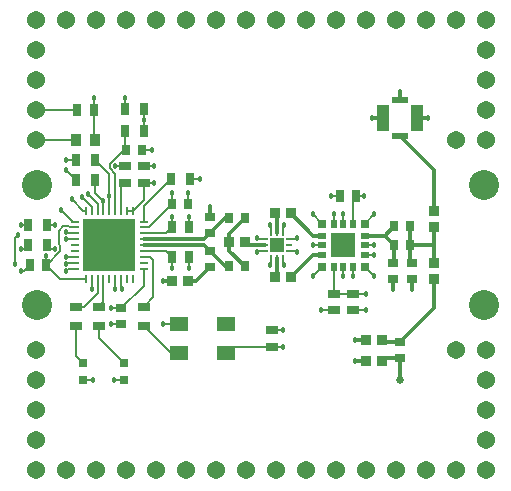
<source format=gbr>
%TF.GenerationSoftware,KiCad,Pcbnew,5.1.10-88a1d61d58~88~ubuntu20.04.1*%
%TF.CreationDate,2021-05-31T18:28:43-04:00*%
%TF.ProjectId,ta-comm-401,74612d63-6f6d-46d2-9d34-30312e6b6963,rev?*%
%TF.SameCoordinates,Original*%
%TF.FileFunction,Copper,L1,Top*%
%TF.FilePolarity,Positive*%
%FSLAX46Y46*%
G04 Gerber Fmt 4.6, Leading zero omitted, Abs format (unit mm)*
G04 Created by KiCad (PCBNEW 5.1.10-88a1d61d58~88~ubuntu20.04.1) date 2021-05-31 18:28:43*
%MOMM*%
%LPD*%
G01*
G04 APERTURE LIST*
%TA.AperFunction,ComponentPad*%
%ADD10C,1.540000*%
%TD*%
%TA.AperFunction,ComponentPad*%
%ADD11C,2.540000*%
%TD*%
%TA.AperFunction,SMDPad,CuDef*%
%ADD12R,0.780000X0.990000*%
%TD*%
%TA.AperFunction,SMDPad,CuDef*%
%ADD13R,0.940000X0.800000*%
%TD*%
%TA.AperFunction,SMDPad,CuDef*%
%ADD14R,0.830000X0.960000*%
%TD*%
%TA.AperFunction,SMDPad,CuDef*%
%ADD15R,0.990000X0.780000*%
%TD*%
%TA.AperFunction,SMDPad,CuDef*%
%ADD16R,0.800000X0.940000*%
%TD*%
%TA.AperFunction,SMDPad,CuDef*%
%ADD17R,0.960000X0.830000*%
%TD*%
%TA.AperFunction,SMDPad,CuDef*%
%ADD18R,0.950000X1.000000*%
%TD*%
%TA.AperFunction,ComponentPad*%
%ADD19C,0.609600*%
%TD*%
%TA.AperFunction,SMDPad,CuDef*%
%ADD20R,0.760000X0.260000*%
%TD*%
%TA.AperFunction,SMDPad,CuDef*%
%ADD21R,0.260000X0.760000*%
%TD*%
%TA.AperFunction,SMDPad,CuDef*%
%ADD22R,4.500000X4.500000*%
%TD*%
%TA.AperFunction,SMDPad,CuDef*%
%ADD23R,0.600000X0.250000*%
%TD*%
%TA.AperFunction,SMDPad,CuDef*%
%ADD24R,0.250000X0.600000*%
%TD*%
%TA.AperFunction,SMDPad,CuDef*%
%ADD25R,1.150000X1.150000*%
%TD*%
%TA.AperFunction,SMDPad,CuDef*%
%ADD26R,0.750000X0.750000*%
%TD*%
%TA.AperFunction,SMDPad,CuDef*%
%ADD27R,0.750000X0.500000*%
%TD*%
%TA.AperFunction,SMDPad,CuDef*%
%ADD28R,0.500000X0.750000*%
%TD*%
%TA.AperFunction,SMDPad,CuDef*%
%ADD29R,2.000000X2.000000*%
%TD*%
%TA.AperFunction,SMDPad,CuDef*%
%ADD30R,1.400000X0.600000*%
%TD*%
%TA.AperFunction,SMDPad,CuDef*%
%ADD31R,1.050000X2.200000*%
%TD*%
%TA.AperFunction,ComponentPad*%
%ADD32C,0.675600*%
%TD*%
%TA.AperFunction,SMDPad,CuDef*%
%ADD33R,0.800000X0.800000*%
%TD*%
%TA.AperFunction,SMDPad,CuDef*%
%ADD34R,0.800000X1.000000*%
%TD*%
%TA.AperFunction,SMDPad,CuDef*%
%ADD35R,1.000000X0.800000*%
%TD*%
%TA.AperFunction,SMDPad,CuDef*%
%ADD36R,1.600000X1.300000*%
%TD*%
%TA.AperFunction,ViaPad*%
%ADD37C,0.457200*%
%TD*%
%TA.AperFunction,Conductor*%
%ADD38C,0.337820*%
%TD*%
%TA.AperFunction,Conductor*%
%ADD39C,0.203200*%
%TD*%
%TA.AperFunction,Conductor*%
%ADD40C,0.127000*%
%TD*%
G04 APERTURE END LIST*
D10*
%TO.P,J6,5*%
%TO.N,Net-(J6-Pad5)*%
X174050000Y-124510000D03*
%TO.P,J6,4*%
%TO.N,Net-(J6-Pad4)*%
X174050000Y-121970000D03*
%TO.P,J6,3*%
%TO.N,GND*%
X174050000Y-119430000D03*
%TO.P,J6,2*%
%TO.N,Net-(J6-Pad2)*%
X174050000Y-116890000D03*
%TO.P,J6,1*%
%TO.N,Net-(J6-Pad1)*%
X171510000Y-116890000D03*
%TD*%
D11*
%TO.P,J7,4*%
%TO.N,GND*%
X173960000Y-113080000D03*
%TO.P,J7,3*%
X136040000Y-113080000D03*
%TO.P,J7,2*%
X173960000Y-102920000D03*
%TO.P,J7,1*%
X136040000Y-102920000D03*
%TD*%
D12*
%TO.P,C17,2*%
%TO.N,GND*%
X161700000Y-103800000D03*
%TO.P,C17,1*%
%TO.N,/VDD_FILT*%
X163100000Y-103800000D03*
%TD*%
D13*
%TO.P,C21,1*%
%TO.N,Net-(C20-Pad1)*%
X166200000Y-109530000D03*
%TO.P,C21,2*%
%TO.N,GND*%
X166200000Y-110870000D03*
%TD*%
D14*
%TO.P,C13,1*%
%TO.N,Net-(C12-Pad2)*%
X152320000Y-107750000D03*
%TO.P,C13,2*%
%TO.N,Net-(C13-Pad2)*%
X153680000Y-107750000D03*
%TD*%
D12*
%TO.P,C2,1*%
%TO.N,/VDD_FILT*%
X140900000Y-96570000D03*
%TO.P,C2,2*%
%TO.N,GND*%
X139500000Y-96570000D03*
%TD*%
D15*
%TO.P,C14,1*%
%TO.N,/VDD_FILT*%
X156000000Y-116600000D03*
%TO.P,C14,2*%
%TO.N,GND*%
X156000000Y-115200000D03*
%TD*%
D14*
%TO.P,C10,1*%
%TO.N,Net-(C10-Pad1)*%
X148880000Y-111000000D03*
%TO.P,C10,2*%
%TO.N,GND*%
X147520000Y-111000000D03*
%TD*%
D16*
%TO.P,C12,1*%
%TO.N,Net-(C12-Pad1)*%
X152330000Y-109800000D03*
%TO.P,C12,2*%
%TO.N,Net-(C12-Pad2)*%
X153670000Y-109800000D03*
%TD*%
D13*
%TO.P,C11,1*%
%TO.N,Net-(C11-Pad1)*%
X150700000Y-106970000D03*
%TO.P,C11,2*%
%TO.N,GND*%
X150700000Y-105630000D03*
%TD*%
D12*
%TO.P,C8,1*%
%TO.N,/VDD_FILT*%
X147500000Y-106500000D03*
%TO.P,C8,2*%
%TO.N,GND*%
X148900000Y-106500000D03*
%TD*%
D13*
%TO.P,C6,1*%
%TO.N,/VDD_FILT*%
X143200000Y-113330000D03*
%TO.P,C6,2*%
%TO.N,GND*%
X143200000Y-114670000D03*
%TD*%
D15*
%TO.P,C4,1*%
%TO.N,Net-(C4-Pad1)*%
X143500000Y-102700000D03*
%TO.P,C4,2*%
%TO.N,GND*%
X143500000Y-101300000D03*
%TD*%
D16*
%TO.P,C3,1*%
%TO.N,Net-(C3-Pad1)*%
X143630000Y-99900000D03*
%TO.P,C3,2*%
%TO.N,GND*%
X144970000Y-99900000D03*
%TD*%
D10*
%TO.P,J5,5*%
%TO.N,Net-(J5-Pad5)*%
X174050000Y-91490000D03*
%TO.P,J5,4*%
%TO.N,Net-(J5-Pad4)*%
X174050000Y-94030000D03*
%TO.P,J5,3*%
%TO.N,Net-(J5-Pad3)*%
X174050000Y-96570000D03*
%TO.P,J5,2*%
%TO.N,Net-(J5-Pad2)*%
X174050000Y-99110000D03*
%TO.P,J5,1*%
%TO.N,Net-(J5-Pad1)*%
X171510000Y-99110000D03*
%TD*%
D12*
%TO.P,C1,1*%
%TO.N,/VDD_FILT*%
X136840000Y-109700000D03*
%TO.P,C1,2*%
%TO.N,GND*%
X135440000Y-109700000D03*
%TD*%
D15*
%TO.P,C5,1*%
%TO.N,/VDD_FILT*%
X145100000Y-102700000D03*
%TO.P,C5,2*%
%TO.N,GND*%
X145100000Y-101300000D03*
%TD*%
D16*
%TO.P,C7,1*%
%TO.N,/VDD_FILT*%
X147530000Y-104500000D03*
%TO.P,C7,2*%
%TO.N,GND*%
X148870000Y-104500000D03*
%TD*%
D12*
%TO.P,C9,1*%
%TO.N,/VDD_FILT*%
X147500000Y-109000000D03*
%TO.P,C9,2*%
%TO.N,GND*%
X148900000Y-109000000D03*
%TD*%
D14*
%TO.P,C15,1*%
%TO.N,Net-(C15-Pad1)*%
X156220000Y-105300000D03*
%TO.P,C15,2*%
%TO.N,Net-(C15-Pad2)*%
X157580000Y-105300000D03*
%TD*%
%TO.P,C16,1*%
%TO.N,Net-(C16-Pad1)*%
X156220000Y-110700000D03*
%TO.P,C16,2*%
%TO.N,Net-(C16-Pad2)*%
X157580000Y-110700000D03*
%TD*%
D15*
%TO.P,C19,1*%
%TO.N,/VDD_FILT*%
X162800000Y-112100000D03*
%TO.P,C19,2*%
%TO.N,GND*%
X162800000Y-113500000D03*
%TD*%
%TO.P,C18,1*%
%TO.N,/VDD_FILT*%
X161200000Y-112100000D03*
%TO.P,C18,2*%
%TO.N,GND*%
X161200000Y-113500000D03*
%TD*%
D16*
%TO.P,C20,1*%
%TO.N,Net-(C20-Pad1)*%
X166330000Y-106400000D03*
%TO.P,C20,2*%
%TO.N,Net-(C20-Pad2)*%
X167670000Y-106400000D03*
%TD*%
D13*
%TO.P,C22,1*%
%TO.N,Net-(C20-Pad2)*%
X167800000Y-109530000D03*
%TO.P,C22,2*%
%TO.N,GND*%
X167800000Y-110870000D03*
%TD*%
D17*
%TO.P,C23,1*%
%TO.N,Net-(C20-Pad2)*%
X169700000Y-106480000D03*
%TO.P,C23,2*%
%TO.N,Net-(C23-Pad2)*%
X169700000Y-105120000D03*
%TD*%
%TO.P,C24,1*%
%TO.N,Net-(C20-Pad2)*%
X169700000Y-109520000D03*
%TO.P,C24,2*%
%TO.N,Net-(C24-Pad2)*%
X169700000Y-110880000D03*
%TD*%
D14*
%TO.P,C25,1*%
%TO.N,Net-(C24-Pad2)*%
X165280000Y-116000000D03*
%TO.P,C25,2*%
%TO.N,GND*%
X163920000Y-116000000D03*
%TD*%
%TO.P,C26,1*%
%TO.N,Net-(C26-Pad1)*%
X165280000Y-117780000D03*
%TO.P,C26,2*%
%TO.N,GND*%
X163920000Y-117780000D03*
%TD*%
D18*
%TO.P,FB1,1*%
%TO.N,VDD*%
X139400000Y-99110000D03*
%TO.P,FB1,2*%
%TO.N,/VDD_FILT*%
X141000000Y-99110000D03*
%TD*%
D19*
%TO.P,IC1,37*%
%TO.N,GND*%
X143700000Y-109500000D03*
X142200000Y-109500000D03*
X140700000Y-109500000D03*
X143700000Y-108000000D03*
X142200000Y-108000000D03*
X140700000Y-108000000D03*
X143700000Y-106500000D03*
X142200000Y-106500000D03*
X140700000Y-106500000D03*
D20*
%TO.P,IC1,1*%
%TO.N,/CTS0*%
X139300000Y-106000000D03*
%TO.P,IC1,2*%
%TO.N,/VDD_FILT*%
X139300000Y-106500000D03*
%TO.P,IC1,3*%
%TO.N,/RF_BYP*%
X139300000Y-107000000D03*
%TO.P,IC1,4*%
%TO.N,/RF_EN*%
X139300000Y-107500000D03*
%TO.P,IC1,5*%
%TO.N,Net-(IC1-Pad5)*%
X139300000Y-108000000D03*
%TO.P,IC1,6*%
%TO.N,Net-(IC1-Pad6)*%
X139300000Y-108500000D03*
%TO.P,IC1,7*%
%TO.N,/CTS1*%
X139300000Y-109000000D03*
%TO.P,IC1,8*%
%TO.N,/RTS1*%
X139300000Y-109500000D03*
%TO.P,IC1,9*%
%TO.N,/TX1*%
X139300000Y-110000000D03*
D21*
%TO.P,IC1,10*%
%TO.N,/VDD_FILT*%
X140200000Y-110900000D03*
%TO.P,IC1,11*%
%TO.N,/RX1*%
X140700000Y-110900000D03*
%TO.P,IC1,12*%
%TO.N,/LED1*%
X141200000Y-110900000D03*
%TO.P,IC1,13*%
%TO.N,/LED2*%
X141700000Y-110900000D03*
%TO.P,IC1,14*%
%TO.N,Net-(IC1-Pad14)*%
X142200000Y-110900000D03*
%TO.P,IC1,15*%
%TO.N,/PDIO*%
X142700000Y-110900000D03*
%TO.P,IC1,16*%
%TO.N,/PCLK*%
X143200000Y-110900000D03*
%TO.P,IC1,17*%
%TO.N,Net-(IC1-Pad17)*%
X143700000Y-110900000D03*
%TO.P,IC1,18*%
%TO.N,Net-(IC1-Pad18)*%
X144200000Y-110900000D03*
D20*
%TO.P,IC1,19*%
%TO.N,/VDD_FILT*%
X145100000Y-110000000D03*
%TO.P,IC1,20*%
%TO.N,Net-(IC1-Pad20)*%
X145100000Y-109500000D03*
%TO.P,IC1,21*%
%TO.N,Net-(IC1-Pad21)*%
X145100000Y-109000000D03*
%TO.P,IC1,22*%
%TO.N,/VDD_FILT*%
X145100000Y-108500000D03*
%TO.P,IC1,23*%
%TO.N,Net-(C12-Pad1)*%
X145100000Y-108000000D03*
%TO.P,IC1,24*%
%TO.N,Net-(C11-Pad1)*%
X145100000Y-107500000D03*
%TO.P,IC1,25*%
%TO.N,/VDD_FILT*%
X145100000Y-107000000D03*
%TO.P,IC1,26*%
X145100000Y-106500000D03*
%TO.P,IC1,27*%
%TO.N,Net-(IC1-Pad27)*%
X145100000Y-106000000D03*
D21*
%TO.P,IC1,28*%
%TO.N,/VDD_FILT*%
X144200000Y-105100000D03*
%TO.P,IC1,29*%
X143700000Y-105100000D03*
%TO.P,IC1,30*%
%TO.N,Net-(C4-Pad1)*%
X143200000Y-105100000D03*
%TO.P,IC1,31*%
%TO.N,Net-(C3-Pad1)*%
X142700000Y-105100000D03*
%TO.P,IC1,32*%
%TO.N,/RX_MODE*%
X142200000Y-105100000D03*
%TO.P,IC1,33*%
%TO.N,/TX_MODE*%
X141700000Y-105100000D03*
%TO.P,IC1,34*%
%TO.N,/TX0*%
X141200000Y-105100000D03*
%TO.P,IC1,35*%
%TO.N,/RX0*%
X140700000Y-105100000D03*
%TO.P,IC1,36*%
%TO.N,/RTS0*%
X140200000Y-105100000D03*
D22*
%TO.P,IC1,37*%
%TO.N,GND*%
X142200000Y-108000000D03*
%TD*%
D19*
%TO.P,IC2,13*%
%TO.N,GND*%
X156400000Y-108000000D03*
D23*
%TO.P,IC2,1*%
X155350000Y-107500000D03*
%TO.P,IC2,2*%
%TO.N,Net-(C13-Pad2)*%
X155350000Y-108000000D03*
%TO.P,IC2,3*%
%TO.N,GND*%
X155350000Y-108500000D03*
D24*
%TO.P,IC2,4*%
X155900000Y-109050000D03*
%TO.P,IC2,5*%
%TO.N,Net-(C16-Pad1)*%
X156400000Y-109050000D03*
%TO.P,IC2,6*%
%TO.N,GND*%
X156900000Y-109050000D03*
D23*
%TO.P,IC2,7*%
%TO.N,/RX_MODE*%
X157450000Y-108500000D03*
%TO.P,IC2,8*%
%TO.N,Net-(IC2-Pad8)*%
X157450000Y-108000000D03*
%TO.P,IC2,9*%
%TO.N,/VDD_FILT*%
X157450000Y-107500000D03*
D24*
%TO.P,IC2,10*%
%TO.N,GND*%
X156900000Y-106950000D03*
%TO.P,IC2,11*%
%TO.N,Net-(C15-Pad1)*%
X156400000Y-106950000D03*
%TO.P,IC2,12*%
%TO.N,GND*%
X155900000Y-106950000D03*
D25*
%TO.P,IC2,13*%
X156400000Y-108000000D03*
%TD*%
D19*
%TO.P,IC3,17*%
%TO.N,GND*%
X162000000Y-108000000D03*
D26*
%TO.P,IC3,1*%
X160175000Y-106175000D03*
D27*
%TO.P,IC3,2*%
%TO.N,Net-(C15-Pad2)*%
X160175000Y-107200000D03*
%TO.P,IC3,3*%
%TO.N,GND*%
X160175000Y-108000000D03*
%TO.P,IC3,4*%
%TO.N,Net-(C16-Pad2)*%
X160175000Y-108800000D03*
D26*
%TO.P,IC3,5*%
%TO.N,GND*%
X160175000Y-109825000D03*
D28*
%TO.P,IC3,6*%
%TO.N,/VDD_FILT*%
X161200000Y-109825000D03*
%TO.P,IC3,7*%
%TO.N,GND*%
X162000000Y-109825000D03*
%TO.P,IC3,8*%
X162800000Y-109825000D03*
D26*
%TO.P,IC3,9*%
X163825000Y-109825000D03*
D27*
%TO.P,IC3,10*%
X163825000Y-108800000D03*
%TO.P,IC3,11*%
X163825000Y-108000000D03*
%TO.P,IC3,12*%
%TO.N,Net-(C20-Pad1)*%
X163825000Y-107200000D03*
D26*
%TO.P,IC3,13*%
%TO.N,GND*%
X163825000Y-106175000D03*
D28*
%TO.P,IC3,14*%
%TO.N,/VDD_FILT*%
X162800000Y-106175000D03*
%TO.P,IC3,15*%
%TO.N,/RF_EN*%
X162000000Y-106175000D03*
%TO.P,IC3,16*%
%TO.N,/TX_MODE*%
X161200000Y-106175000D03*
D29*
%TO.P,IC3,17*%
%TO.N,GND*%
X162000000Y-108000000D03*
%TD*%
D10*
%TO.P,J1,16*%
%TO.N,/TX0*%
X174050000Y-88950000D03*
%TO.P,J1,15*%
%TO.N,/RX0*%
X171510000Y-88950000D03*
%TO.P,J1,14*%
%TO.N,/CTS0*%
X168970000Y-88950000D03*
%TO.P,J1,13*%
%TO.N,/RTS0*%
X166430000Y-88950000D03*
%TO.P,J1,12*%
%TO.N,Net-(J1-Pad12)*%
X163890000Y-88950000D03*
%TO.P,J1,11*%
%TO.N,Net-(J1-Pad11)*%
X161350000Y-88950000D03*
%TO.P,J1,10*%
%TO.N,Net-(J1-Pad10)*%
X158810000Y-88950000D03*
%TO.P,J1,9*%
%TO.N,Net-(J1-Pad9)*%
X156270000Y-88950000D03*
%TO.P,J1,8*%
%TO.N,Net-(J1-Pad8)*%
X153730000Y-88950000D03*
%TO.P,J1,7*%
%TO.N,Net-(J1-Pad7)*%
X151190000Y-88950000D03*
%TO.P,J1,6*%
%TO.N,Net-(J1-Pad6)*%
X148650000Y-88950000D03*
%TO.P,J1,5*%
%TO.N,Net-(J1-Pad5)*%
X146110000Y-88950000D03*
%TO.P,J1,4*%
%TO.N,Net-(J1-Pad4)*%
X143570000Y-88950000D03*
%TO.P,J1,3*%
%TO.N,GND*%
X141030000Y-88950000D03*
%TO.P,J1,2*%
%TO.N,Net-(J1-Pad2)*%
X138490000Y-88950000D03*
%TO.P,J1,1*%
%TO.N,Net-(J1-Pad1)*%
X135950000Y-88950000D03*
%TD*%
%TO.P,J2,16*%
%TO.N,/TX1*%
X174050000Y-127050000D03*
%TO.P,J2,15*%
%TO.N,/RX1*%
X171510000Y-127050000D03*
%TO.P,J2,14*%
%TO.N,/CTS1*%
X168970000Y-127050000D03*
%TO.P,J2,13*%
%TO.N,/RTS1*%
X166430000Y-127050000D03*
%TO.P,J2,12*%
%TO.N,Net-(J2-Pad12)*%
X163890000Y-127050000D03*
%TO.P,J2,11*%
%TO.N,Net-(J2-Pad11)*%
X161350000Y-127050000D03*
%TO.P,J2,10*%
%TO.N,Net-(J2-Pad10)*%
X158810000Y-127050000D03*
%TO.P,J2,9*%
%TO.N,Net-(J2-Pad9)*%
X156270000Y-127050000D03*
%TO.P,J2,8*%
%TO.N,Net-(J2-Pad8)*%
X153730000Y-127050000D03*
%TO.P,J2,7*%
%TO.N,/NRST*%
X151190000Y-127050000D03*
%TO.P,J2,6*%
%TO.N,Net-(J2-Pad6)*%
X148650000Y-127050000D03*
%TO.P,J2,5*%
%TO.N,Net-(J2-Pad5)*%
X146110000Y-127050000D03*
%TO.P,J2,4*%
%TO.N,Net-(J2-Pad4)*%
X143570000Y-127050000D03*
%TO.P,J2,3*%
%TO.N,Net-(J2-Pad3)*%
X141030000Y-127050000D03*
%TO.P,J2,2*%
%TO.N,Net-(J2-Pad2)*%
X138490000Y-127050000D03*
%TO.P,J2,1*%
%TO.N,Net-(J2-Pad1)*%
X135950000Y-127050000D03*
%TD*%
%TO.P,J3,4*%
%TO.N,VDD*%
X135950000Y-99110000D03*
%TO.P,J3,3*%
%TO.N,GND*%
X135950000Y-96570000D03*
%TO.P,J3,2*%
%TO.N,/PDIO*%
X135950000Y-94030000D03*
%TO.P,J3,1*%
%TO.N,/PCLK*%
X135950000Y-91490000D03*
%TD*%
%TO.P,J4,4*%
%TO.N,Net-(J4-Pad4)*%
X135950000Y-116890000D03*
%TO.P,J4,3*%
%TO.N,GND*%
X135950000Y-119430000D03*
%TO.P,J4,2*%
%TO.N,Net-(J4-Pad2)*%
X135950000Y-121970000D03*
%TO.P,J4,1*%
%TO.N,Net-(J4-Pad1)*%
X135950000Y-124510000D03*
%TD*%
D30*
%TO.P,J8,1*%
%TO.N,Net-(C23-Pad2)*%
X166800000Y-98725000D03*
D31*
%TO.P,J8,2*%
%TO.N,GND*%
X168275000Y-97200000D03*
D30*
%TO.P,J8,3*%
X166800000Y-95675000D03*
D31*
%TO.P,J8,4*%
X165325000Y-97200000D03*
%TD*%
D32*
%TO.P,J9,1*%
%TO.N,Net-(C26-Pad1)*%
X166800000Y-119430000D03*
%TD*%
D13*
%TO.P,L1,1*%
%TO.N,Net-(C12-Pad1)*%
X150700000Y-108530000D03*
%TO.P,L1,2*%
%TO.N,Net-(C10-Pad1)*%
X150700000Y-109870000D03*
%TD*%
D16*
%TO.P,L2,1*%
%TO.N,Net-(C11-Pad1)*%
X152330000Y-105700000D03*
%TO.P,L2,2*%
%TO.N,Net-(C12-Pad2)*%
X153670000Y-105700000D03*
%TD*%
%TO.P,L3,1*%
%TO.N,Net-(C20-Pad1)*%
X166330000Y-108000000D03*
%TO.P,L3,2*%
%TO.N,Net-(C20-Pad2)*%
X167670000Y-108000000D03*
%TD*%
D13*
%TO.P,L4,1*%
%TO.N,Net-(C24-Pad2)*%
X166800000Y-116220000D03*
%TO.P,L4,2*%
%TO.N,Net-(C26-Pad1)*%
X166800000Y-117560000D03*
%TD*%
D33*
%TO.P,LED1,1*%
%TO.N,GND*%
X140000000Y-119450000D03*
%TO.P,LED1,2*%
%TO.N,Net-(LED1-Pad2)*%
X140000000Y-117950000D03*
%TD*%
%TO.P,LED2,1*%
%TO.N,GND*%
X143400000Y-119450000D03*
%TO.P,LED2,2*%
%TO.N,Net-(LED2-Pad2)*%
X143400000Y-117950000D03*
%TD*%
D34*
%TO.P,R1,1*%
%TO.N,/RF_BYP*%
X136940000Y-106300000D03*
%TO.P,R1,2*%
%TO.N,GND*%
X135340000Y-106300000D03*
%TD*%
%TO.P,R2,1*%
%TO.N,/VDD_FILT*%
X136940000Y-108000000D03*
%TO.P,R2,2*%
%TO.N,/RF_EN*%
X135340000Y-108000000D03*
%TD*%
D35*
%TO.P,R5,1*%
%TO.N,/LED1*%
X139400000Y-113200000D03*
%TO.P,R5,2*%
%TO.N,Net-(LED1-Pad2)*%
X139400000Y-114800000D03*
%TD*%
%TO.P,R6,1*%
%TO.N,/LED2*%
X141300000Y-113200000D03*
%TO.P,R6,2*%
%TO.N,Net-(LED2-Pad2)*%
X141300000Y-114800000D03*
%TD*%
D34*
%TO.P,R3,1*%
%TO.N,/RX_MODE*%
X141000000Y-100800000D03*
%TO.P,R3,2*%
%TO.N,GND*%
X139400000Y-100800000D03*
%TD*%
%TO.P,R4,1*%
%TO.N,/TX_MODE*%
X141000000Y-102500000D03*
%TO.P,R4,2*%
%TO.N,GND*%
X139400000Y-102500000D03*
%TD*%
%TO.P,R8,1*%
%TO.N,/NRST*%
X145100000Y-98300000D03*
%TO.P,R8,2*%
%TO.N,Net-(C3-Pad1)*%
X143500000Y-98300000D03*
%TD*%
D35*
%TO.P,R9,1*%
%TO.N,Net-(IC1-Pad21)*%
X145100000Y-113200000D03*
%TO.P,R9,2*%
%TO.N,Net-(R9-Pad2)*%
X145100000Y-114800000D03*
%TD*%
D34*
%TO.P,R10,1*%
%TO.N,Net-(IC1-Pad27)*%
X147400000Y-102400000D03*
%TO.P,R10,2*%
%TO.N,GND*%
X149000000Y-102400000D03*
%TD*%
%TO.P,R7,1*%
%TO.N,/VDD_FILT*%
X143500000Y-96500000D03*
%TO.P,R7,2*%
%TO.N,/NRST*%
X145100000Y-96500000D03*
%TD*%
D36*
%TO.P,Y1,1*%
%TO.N,Net-(Y1-Pad1)*%
X152100000Y-114650000D03*
%TO.P,Y1,2*%
%TO.N,GND*%
X148100000Y-114650000D03*
%TO.P,Y1,3*%
%TO.N,Net-(R9-Pad2)*%
X148100000Y-117150000D03*
%TO.P,Y1,4*%
%TO.N,/VDD_FILT*%
X152100000Y-117150000D03*
%TD*%
D37*
%TO.N,GND*%
X163000000Y-116000000D03*
X163000000Y-117780000D03*
X164400000Y-97200000D03*
X166800000Y-95000000D03*
X169200000Y-97200000D03*
X166200000Y-111700000D03*
X167800000Y-111700000D03*
X134680000Y-106300000D03*
X134680000Y-110200000D03*
X138550000Y-101650000D03*
X138550000Y-100800000D03*
X145800000Y-99900000D03*
X142650000Y-101300000D03*
X145950000Y-101300000D03*
X149900000Y-102400000D03*
X148870000Y-103600000D03*
X148900000Y-105600000D03*
X148900000Y-109900000D03*
X146700000Y-114650000D03*
X142320000Y-114670000D03*
X140800000Y-119450000D03*
X142600000Y-119450000D03*
X156900000Y-115200000D03*
X150700000Y-104800000D03*
X146700000Y-111000000D03*
X154700000Y-107400000D03*
X154700000Y-108600000D03*
X155800000Y-106300000D03*
X157000000Y-106300000D03*
X155800000Y-109700000D03*
X157000000Y-109700000D03*
X159400000Y-105400000D03*
X164600000Y-105400000D03*
X159400000Y-110600000D03*
X164600000Y-110600000D03*
X159400000Y-108000000D03*
X164600000Y-108000000D03*
X164600000Y-108800000D03*
X162000000Y-110600000D03*
X162800000Y-110600000D03*
X160100000Y-113500000D03*
X163900000Y-113500000D03*
X161000000Y-103800000D03*
%TO.N,/VDD_FILT*%
X137600000Y-108300000D03*
X136840000Y-108900000D03*
X140900000Y-95500000D03*
X143500000Y-95500000D03*
X145950000Y-102700000D03*
X147530000Y-103600000D03*
X147500000Y-105600000D03*
X147500000Y-109900000D03*
X142320000Y-113330000D03*
X156900000Y-116600000D03*
X158100000Y-107400000D03*
X163900000Y-112100000D03*
X163800000Y-103800000D03*
%TO.N,/RTS0*%
X139000000Y-104100000D03*
%TO.N,/RX0*%
X139850000Y-103950000D03*
%TO.N,/TX0*%
X140400000Y-103700000D03*
%TO.N,/TX_MODE*%
X161200000Y-105400000D03*
X141700000Y-104250000D03*
%TO.N,/RX_MODE*%
X142200000Y-103850000D03*
X158100000Y-108600000D03*
%TO.N,/PCLK*%
X143250000Y-111700000D03*
%TO.N,/PDIO*%
X142650000Y-111700000D03*
%TO.N,/RX1*%
X140700000Y-111700000D03*
%TO.N,/TX1*%
X138500000Y-110200000D03*
%TO.N,/RTS1*%
X138500000Y-109600000D03*
%TO.N,/CTS1*%
X138500000Y-109000000D03*
%TO.N,/RF_EN*%
X162000000Y-105400000D03*
X134680000Y-108300000D03*
X138500000Y-107450000D03*
%TO.N,/RF_BYP*%
X137600000Y-106300000D03*
X138500000Y-106850000D03*
%TO.N,/CTS0*%
X138100000Y-105000000D03*
%TO.N,/NRST*%
X134450000Y-107150000D03*
X134200000Y-109600000D03*
X145100000Y-97400000D03*
%TD*%
D38*
%TO.N,GND*%
X147520000Y-111000000D02*
X146700000Y-111000000D01*
X150700000Y-105630000D02*
X150700000Y-104800000D01*
X166200000Y-110870000D02*
X166200000Y-111700000D01*
X167800000Y-110870000D02*
X167800000Y-111700000D01*
X165325000Y-97200000D02*
X164400000Y-97200000D01*
X166800000Y-95675000D02*
X166800000Y-95000000D01*
X168275000Y-97200000D02*
X169200000Y-97200000D01*
X163920000Y-116000000D02*
X163000000Y-116000000D01*
X163920000Y-117780000D02*
X163000000Y-117780000D01*
D39*
X139500000Y-96570000D02*
X135950000Y-96570000D01*
X142320000Y-114670000D02*
X143200000Y-114670000D01*
X156900000Y-115200000D02*
X156000000Y-115200000D01*
X143500000Y-101300000D02*
X142650000Y-101300000D01*
X145950000Y-101300000D02*
X145100000Y-101300000D01*
X148900000Y-105600000D02*
X148900000Y-106500000D01*
X148870000Y-103600000D02*
X148870000Y-104500000D01*
X149900000Y-102400000D02*
X149000000Y-102400000D01*
X148900000Y-109900000D02*
X148900000Y-109000000D01*
X154800000Y-107500000D02*
X154700000Y-107400000D01*
X155350000Y-107500000D02*
X154800000Y-107500000D01*
X154800000Y-108500000D02*
X154700000Y-108600000D01*
X155350000Y-108500000D02*
X154800000Y-108500000D01*
X155900000Y-106400000D02*
X155800000Y-106300000D01*
X155900000Y-106950000D02*
X155900000Y-106400000D01*
X156900000Y-106400000D02*
X157000000Y-106300000D01*
X156900000Y-106950000D02*
X156900000Y-106400000D01*
X155900000Y-109600000D02*
X155800000Y-109700000D01*
X155900000Y-109050000D02*
X155900000Y-109600000D01*
X156900000Y-109600000D02*
X157000000Y-109700000D01*
X156900000Y-109050000D02*
X156900000Y-109600000D01*
X160175000Y-108000000D02*
X159400000Y-108000000D01*
X159400000Y-105400000D02*
X160175000Y-106175000D01*
X159400000Y-110600000D02*
X160175000Y-109825000D01*
X164600000Y-105400000D02*
X163825000Y-106175000D01*
X164600000Y-108000000D02*
X163825000Y-108000000D01*
X164600000Y-108800000D02*
X163825000Y-108800000D01*
X164600000Y-110600000D02*
X163825000Y-109825000D01*
X162000000Y-109825000D02*
X162000000Y-110600000D01*
X162800000Y-109825000D02*
X162800000Y-110600000D01*
X163900000Y-113500000D02*
X162800000Y-113500000D01*
X160100000Y-113500000D02*
X161200000Y-113500000D01*
D40*
X148100000Y-114650000D02*
X146700000Y-114650000D01*
X140800000Y-119450000D02*
X140000000Y-119450000D01*
X145800000Y-99900000D02*
X144970000Y-99900000D01*
X142600000Y-119450000D02*
X143400000Y-119450000D01*
X134680000Y-106300000D02*
X135340000Y-106300000D01*
X139400000Y-100800000D02*
X138550000Y-100800000D01*
X138550000Y-101650000D02*
X139400000Y-102500000D01*
D39*
X161000000Y-103800000D02*
X161700000Y-103800000D01*
X134940000Y-110200000D02*
X135440000Y-109700000D01*
X134680000Y-110200000D02*
X134940000Y-110200000D01*
%TO.N,/VDD_FILT*%
X140900000Y-95500000D02*
X140900000Y-96570000D01*
X140900000Y-99010000D02*
X141000000Y-99110000D01*
X140900000Y-96570000D02*
X140900000Y-99010000D01*
X145100000Y-111430000D02*
X145100000Y-110000000D01*
X143200000Y-113330000D02*
X145100000Y-111430000D01*
X142320000Y-113330000D02*
X143200000Y-113330000D01*
X152650000Y-116600000D02*
X152100000Y-117150000D01*
X156000000Y-116600000D02*
X152650000Y-116600000D01*
X156900000Y-116600000D02*
X156000000Y-116600000D01*
X145950000Y-102700000D02*
X145100000Y-102700000D01*
X143700000Y-105100000D02*
X144200000Y-105100000D01*
X145100000Y-104200000D02*
X144200000Y-105100000D01*
X145100000Y-102700000D02*
X145100000Y-104200000D01*
X147000000Y-107000000D02*
X147500000Y-106500000D01*
X145100000Y-107000000D02*
X147000000Y-107000000D01*
X147500000Y-105600000D02*
X147500000Y-106500000D01*
X147530000Y-103600000D02*
X147530000Y-104500000D01*
X145530000Y-106500000D02*
X147530000Y-104500000D01*
X145100000Y-106500000D02*
X145530000Y-106500000D01*
X147000000Y-108500000D02*
X147500000Y-109000000D01*
X145100000Y-108500000D02*
X147000000Y-108500000D01*
X147500000Y-109900000D02*
X147500000Y-109000000D01*
X158000000Y-107500000D02*
X158100000Y-107400000D01*
X157450000Y-107500000D02*
X158000000Y-107500000D01*
X163900000Y-112100000D02*
X162800000Y-112100000D01*
X161200000Y-112100000D02*
X162800000Y-112100000D01*
X161200000Y-109825000D02*
X161200000Y-112100000D01*
D40*
X143500000Y-95500000D02*
X143500000Y-96500000D01*
D39*
X138040000Y-110900000D02*
X140200000Y-110900000D01*
X136840000Y-109700000D02*
X138040000Y-110900000D01*
X138057201Y-108519457D02*
X136876658Y-109700000D01*
X138057201Y-108080543D02*
X138057201Y-108519457D01*
X137896600Y-107919942D02*
X138057201Y-108080543D01*
X137896600Y-106776742D02*
X137896600Y-107919942D01*
X136876658Y-109700000D02*
X136840000Y-109700000D01*
X138280543Y-106392799D02*
X137896600Y-106776742D01*
X138719457Y-106392799D02*
X138280543Y-106392799D01*
X138826658Y-106500000D02*
X138719457Y-106392799D01*
X139300000Y-106500000D02*
X138826658Y-106500000D01*
X136840000Y-108900000D02*
X136840000Y-109700000D01*
D40*
X137240000Y-108300000D02*
X136940000Y-108000000D01*
X137600000Y-108300000D02*
X137240000Y-108300000D01*
D39*
X162800000Y-104100000D02*
X163100000Y-103800000D01*
X162800000Y-106175000D02*
X162800000Y-104100000D01*
X163800000Y-103800000D02*
X163100000Y-103800000D01*
D40*
%TO.N,Net-(C3-Pad1)*%
X143500000Y-99770000D02*
X143630000Y-99900000D01*
X143500000Y-98300000D02*
X143500000Y-99770000D01*
X143429730Y-99900000D02*
X143630000Y-99900000D01*
X142230899Y-101098831D02*
X143429730Y-99900000D01*
X142230899Y-101501169D02*
X142230899Y-101098831D01*
X142700000Y-101970270D02*
X142230899Y-101501169D01*
X142700000Y-105100000D02*
X142700000Y-101970270D01*
D38*
%TO.N,Net-(C10-Pad1)*%
X149570000Y-111000000D02*
X150700000Y-109870000D01*
X148880000Y-111000000D02*
X149570000Y-111000000D01*
%TO.N,Net-(C11-Pad1)*%
X150170000Y-107500000D02*
X150700000Y-106970000D01*
X145100000Y-107500000D02*
X150170000Y-107500000D01*
X151970000Y-105700000D02*
X150700000Y-106970000D01*
X152330000Y-105700000D02*
X151970000Y-105700000D01*
%TO.N,Net-(C15-Pad1)*%
X156400000Y-105480000D02*
X156400000Y-106950000D01*
X156220000Y-105300000D02*
X156400000Y-105480000D01*
%TO.N,Net-(C15-Pad2)*%
X159480000Y-107200000D02*
X157580000Y-105300000D01*
X160175000Y-107200000D02*
X159480000Y-107200000D01*
%TO.N,Net-(C16-Pad2)*%
X159480000Y-108800000D02*
X157580000Y-110700000D01*
X160175000Y-108800000D02*
X159480000Y-108800000D01*
%TO.N,Net-(C16-Pad1)*%
X156400000Y-110520000D02*
X156400000Y-109050000D01*
X156220000Y-110700000D02*
X156400000Y-110520000D01*
%TO.N,Net-(C20-Pad2)*%
X167670000Y-106400000D02*
X167670000Y-108000000D01*
X167670000Y-109400000D02*
X167800000Y-109530000D01*
X167670000Y-108000000D02*
X167670000Y-109400000D01*
X169676400Y-108000000D02*
X169700000Y-108023600D01*
X167670000Y-108000000D02*
X169676400Y-108000000D01*
X169700000Y-108023600D02*
X169700000Y-109520000D01*
X169700000Y-106480000D02*
X169700000Y-108023600D01*
%TO.N,Net-(C23-Pad2)*%
X169700000Y-101625000D02*
X166800000Y-98725000D01*
X169700000Y-105120000D02*
X169700000Y-101625000D01*
%TO.N,Net-(C24-Pad2)*%
X169700000Y-113320000D02*
X166800000Y-116220000D01*
X169700000Y-110880000D02*
X169700000Y-113320000D01*
X165500000Y-116220000D02*
X165280000Y-116000000D01*
X166800000Y-116220000D02*
X165500000Y-116220000D01*
D39*
%TO.N,VDD*%
X139400000Y-99110000D02*
X135950000Y-99110000D01*
D40*
%TO.N,/RTS0*%
X140000000Y-105100000D02*
X139000000Y-104100000D01*
X140200000Y-105100000D02*
X140000000Y-105100000D01*
%TO.N,/RX0*%
X140700000Y-104800000D02*
X139850000Y-103950000D01*
X140700000Y-105100000D02*
X140700000Y-104800000D01*
%TO.N,/TX0*%
X141200000Y-104500000D02*
X141200000Y-105100000D01*
X140400000Y-103700000D02*
X141200000Y-104500000D01*
%TO.N,/TX_MODE*%
X161200000Y-105400000D02*
X161200000Y-106175000D01*
X141700000Y-105100000D02*
X141700000Y-104250000D01*
X141000000Y-103550000D02*
X141700000Y-104250000D01*
X141000000Y-102500000D02*
X141000000Y-103550000D01*
%TO.N,/RX_MODE*%
X158000000Y-108500000D02*
X158100000Y-108600000D01*
X157450000Y-108500000D02*
X158000000Y-108500000D01*
X141000000Y-100800000D02*
X142200000Y-102000000D01*
X142200000Y-103850000D02*
X142200000Y-105100000D01*
X142200000Y-103850000D02*
X142200000Y-102000000D01*
D39*
%TO.N,Net-(IC1-Pad27)*%
X145100000Y-104700000D02*
X145100000Y-106000000D01*
X147400000Y-102400000D02*
X145100000Y-104700000D01*
D40*
%TO.N,Net-(IC1-Pad21)*%
X145677000Y-109000000D02*
X145897600Y-109220600D01*
X145100000Y-109000000D02*
X145677000Y-109000000D01*
X145897600Y-112402400D02*
X145100000Y-113200000D01*
X145897600Y-109220600D02*
X145897600Y-112402400D01*
%TO.N,/PCLK*%
X143200000Y-111650000D02*
X143250000Y-111700000D01*
X143200000Y-110900000D02*
X143200000Y-111650000D01*
%TO.N,/PDIO*%
X142700000Y-111650000D02*
X142650000Y-111700000D01*
X142700000Y-110900000D02*
X142700000Y-111650000D01*
%TO.N,/LED2*%
X141700000Y-112800000D02*
X141300000Y-113200000D01*
X141700000Y-110900000D02*
X141700000Y-112800000D01*
%TO.N,/LED1*%
X140057098Y-113200000D02*
X139400000Y-113200000D01*
X141200000Y-112057098D02*
X140057098Y-113200000D01*
X141200000Y-110900000D02*
X141200000Y-112057098D01*
%TO.N,/RX1*%
X140700000Y-111700000D02*
X140700000Y-110900000D01*
%TO.N,/TX1*%
X138700000Y-110000000D02*
X138500000Y-110200000D01*
X139300000Y-110000000D02*
X138700000Y-110000000D01*
%TO.N,/RTS1*%
X138600000Y-109500000D02*
X138500000Y-109600000D01*
X139300000Y-109500000D02*
X138600000Y-109500000D01*
%TO.N,/CTS1*%
X139300000Y-109000000D02*
X138500000Y-109000000D01*
%TO.N,/RF_EN*%
X162000000Y-105400000D02*
X162000000Y-106175000D01*
X135040000Y-108300000D02*
X135340000Y-108000000D01*
X134680000Y-108300000D02*
X135040000Y-108300000D01*
X138550000Y-107500000D02*
X138500000Y-107450000D01*
X139300000Y-107500000D02*
X138550000Y-107500000D01*
%TO.N,/RF_BYP*%
X137600000Y-106300000D02*
X136940000Y-106300000D01*
X138650000Y-107000000D02*
X138500000Y-106850000D01*
X139300000Y-107000000D02*
X138650000Y-107000000D01*
%TO.N,/CTS0*%
X139100000Y-106000000D02*
X139300000Y-106000000D01*
X138100000Y-105000000D02*
X139100000Y-106000000D01*
%TO.N,/NRST*%
X145100000Y-98300000D02*
X145100000Y-97400000D01*
X145100000Y-96500000D02*
X145100000Y-97400000D01*
X134200000Y-107400000D02*
X134200000Y-109600000D01*
X134450000Y-107150000D02*
X134200000Y-107400000D01*
%TO.N,Net-(LED1-Pad2)*%
X139400000Y-117350000D02*
X140000000Y-117950000D01*
X139400000Y-114800000D02*
X139400000Y-117350000D01*
%TO.N,Net-(LED2-Pad2)*%
X141300000Y-115850000D02*
X143400000Y-117950000D01*
X141300000Y-114800000D02*
X141300000Y-115850000D01*
D39*
%TO.N,Net-(C4-Pad1)*%
X143200000Y-103000000D02*
X143500000Y-102700000D01*
X143200000Y-105100000D02*
X143200000Y-103000000D01*
D38*
%TO.N,Net-(C12-Pad1)*%
X150170000Y-108000000D02*
X150700000Y-108530000D01*
X145100000Y-108000000D02*
X150170000Y-108000000D01*
X151970000Y-109800000D02*
X150700000Y-108530000D01*
X152330000Y-109800000D02*
X151970000Y-109800000D01*
%TO.N,Net-(C12-Pad2)*%
X152320000Y-107050000D02*
X153670000Y-105700000D01*
X152320000Y-107750000D02*
X152320000Y-107050000D01*
X152320000Y-108450000D02*
X153670000Y-109800000D01*
X152320000Y-107750000D02*
X152320000Y-108450000D01*
%TO.N,Net-(C13-Pad2)*%
X153930000Y-108000000D02*
X155350000Y-108000000D01*
X153680000Y-107750000D02*
X153930000Y-108000000D01*
%TO.N,Net-(C20-Pad1)*%
X165530000Y-107200000D02*
X166330000Y-106400000D01*
X165530000Y-107200000D02*
X166330000Y-108000000D01*
X163825000Y-107200000D02*
X165530000Y-107200000D01*
X166330000Y-109400000D02*
X166200000Y-109530000D01*
X166330000Y-108000000D02*
X166330000Y-109400000D01*
D40*
%TO.N,Net-(R9-Pad2)*%
X147450000Y-117150000D02*
X145100000Y-114800000D01*
X148100000Y-117150000D02*
X147450000Y-117150000D01*
D38*
%TO.N,Net-(C26-Pad1)*%
X165500000Y-117560000D02*
X165280000Y-117780000D01*
X166800000Y-117560000D02*
X165500000Y-117560000D01*
X166800000Y-117560000D02*
X166800000Y-119430000D01*
%TD*%
M02*

</source>
